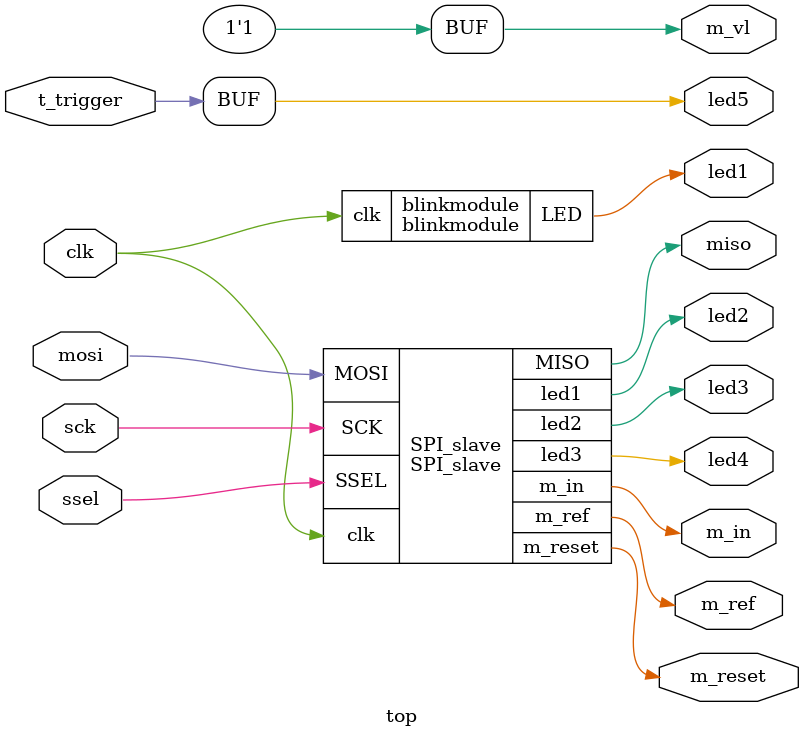
<source format=v>


// IMPORTANT - if use the output as 3.3 ref voltage - then we need to know we have enough current
// IMPORTANT could use another op-amp as 3.3V ref power supply....  to avoid using the main 3.3 rail. 

// 3.6 sysIO Single-Ended DC Electrical Characteristics
// for 3.3V says 8mA.... with 16 and 24 being led driver pins only. 
// can drive a led via 1k (eg 3.3mA) but the voltage goes from 3.2V to 2.95V

// input pin definitely appears to be floating. 55mV. just connecting it
// to the high-impedance of a multimeter input and it will flip.  

/*
See page 25 of this document: http://www.latticesemi.com/view_document?document_id=50666
8 mA for LVCMOS 3.3, 6 mA for LVCMOS 2.5, and 4 mA for LVCMOS 1.8.
*/

// how to handle the input - npn has lower turn-on voltage compared with mosfet.
// and can adjust with a 1n4148 .
// think they will have internal pull ups.

// we don't need hysterysis on the op-amp - because we can use digital hysterysis. 

// inputs probably have internal pullups so 
  // -- just test 
  // 

// OK, be nice to separate out the module...


module blinkmodule (
  input  clk,
  output LED
);
  reg [31:0] counter2 = 0;

  // we need to control this more carefully
  // being able to control several input is a good thing...
  // as well as ref
  // might want to control the switching - just with spi commands...
  // to test...

  always@(posedge clk) begin
    counter2 <= counter2 + 1;
  end
  assign {LED} = counter2 >> 22;
endmodule



// works!

module SPI_slave(
  input clk,
  input SCK,
  input SSEL,
  input MOSI,
  output MISO,

  output led1,
  output led2,
  output led3,
  output led4,

  output m_reset,
  output m_in,
  output m_ref

);

  // clk domain crossing - this works by storing the last two sck states, and then compare them to
  // to determine if it's rising or falling.

  // sync SCK to the FPGA clock using a 3-bits shift register
  reg [2:0] SCKr;  always @(posedge clk) SCKr <= {SCKr[1:0], SCK};
  wire SCK_risingedge = (SCKr[2:1]==2'b01);  // now we can detect SCK rising edges
  wire SCK_fallingedge = (SCKr[2:1]==2'b10);  // and falling edges

  // same thing for SSEL
  reg [2:0] SSELr;  always @(posedge clk) SSELr <= {SSELr[1:0], SSEL};
  wire SSEL_active = ~SSELr[1];  // SSEL is active low
  wire SSEL_startmessage = (SSELr[2:1]==2'b10);  // message starts at falling edge
  wire SSEL_endmessage = (SSELr[2:1]==2'b01);  // message stops at rising edge

  // and for MOSI
  reg [1:0] MOSIr;  always @(posedge clk) MOSIr <= {MOSIr[0], MOSI};
  wire MOSI_data = MOSIr[1];


  /////////////////////////////////////
  // read in 8bit message
  // IT would be easy to make this longer
  // we handle SPI in 8-bits format, so we need a 3 bits counter to count the bits as they come in
  reg [2:0] bitcnt;
  reg byte_received;  // high when a byte has been received
  reg [7:0] byte_data_received;

  always @(posedge clk)
  begin
    if(~SSEL_active)
      bitcnt <= 3'b000;
    else
    if(SCK_risingedge)
    begin
      bitcnt <= bitcnt + 3'b001;

      // implement a shift-left register (since we receive the data MSB first)
      byte_data_received <= {byte_data_received[6:0], MOSI_data};
    end
  end

  always @(posedge clk)
    byte_received <= SSEL_active && SCK_risingedge && (bitcnt==3'b111);



  //////////////////////////////////////////////
  // global clock...
  reg [31:0] count = 0;



  //////////////////////////////////////////////
  // decode messages and process


  // zerocross
  reg [2:0] zerocrossr;  always @(posedge clk) zerocrossr <= {zerocrossr[1:0], t_trigger};
  wire zerocross_up     = (zerocrossr[2:1]==2'b10);  // message starts at falling edge
  wire zerocross_down   = (zerocrossr[2:1]==2'b01);  // message stops at rising edge



  // we could set the 5v power separatee
  reg init_ = 0;            // https://github.com/cliffordwolf/yosys/issues/103
                            // init_ialized to zero
                            // note - reset can lead to lower f(max)..
                            // 1MHz in this case,

  // dg444 is switched either ref or in
  assign m_ref = !m_in;

  always @(posedge clk)
    if(!init_)
    begin
      init_ <= 1;
      m_reset <= 0;
      m_in <= 0;   // assert m_in
    end
    // start integration,
    else if(byte_received && byte_data_received == 8'hcc)
    begin
        m_reset <= 1'b1;
        count <= 0;                 
    end
    else
    begin
        // runup - count a certain amount of time... 

        // otherwise always increment clock
        // should only integrate count when cap is not shorted...
        count <= count + 1;

        // finish
        if(count == 1000000)
            m_reset <= 1'b0;

        if(byte_received)
        begin
          // reset
          if (byte_data_received == 8'hcb)   // short cap/reset
            m_reset <= 1'b0;

          else if (byte_data_received == 8'hcd)   // 0V
            m_in <= 1'b1;
          else if (byte_data_received == 8'hce)   // 5V
            m_in <= 1'b0;
        end
    end

  // led follows m_reset
  assign led1 = m_reset;
  assign led2 = m_in;
  assign led3 = m_ref;


  //////////////////////////////////////////////
  // write count as output
  reg [31:0] byte_data_sent;

  always @(posedge clk)
  if(SSEL_active)
  begin
    if(SSEL_startmessage)
      byte_data_sent <= count;
    else
    if(SCK_fallingedge)
    begin
        byte_data_sent <= {byte_data_sent[30:0], 1'b0};
    end
  end

  assign MISO = byte_data_sent[31];  // send MSB first
  // we assume that there is only one slave on the SPI bus
  // so we don't bother with a tri-state buffer for MISO
  // otherwise we would need to tri-state MISO when SSEL is inactive


endmodule



module top (
  input  clk,

  output led1,
  output led2,
  output led3,
  output led4,
  output led5,

  // module SPI_slave(clk, SCK, SSEL, MOSI, MISO,  LED, a);
  input sck,
  input ssel,
  input mosi,
  output miso,

  output m_vl,
  output m_ref,
  output m_in,
  output m_reset,
  
  input t_trigger
);

  assign led5 = t_trigger; 

  blinkmodule #()
  blinkmodule
    (
    .clk(clk),
    .LED(led1)
  );


  SPI_slave #()
  SPI_slave
    (
    .clk(clk),
    .SCK(sck),
    .MOSI(mosi),
    .MISO(miso),
    .SSEL(ssel),

    .led1(led2),
    .led2(led3),
    .led3(led4),

    .m_reset(m_reset),
    .m_in(m_in),
    .m_ref(m_ref)
  );

  // need data structure?

  // set the logic voltage reference, VL of dg444
  assign m_vl = 1'b1;

endmodule



</source>
